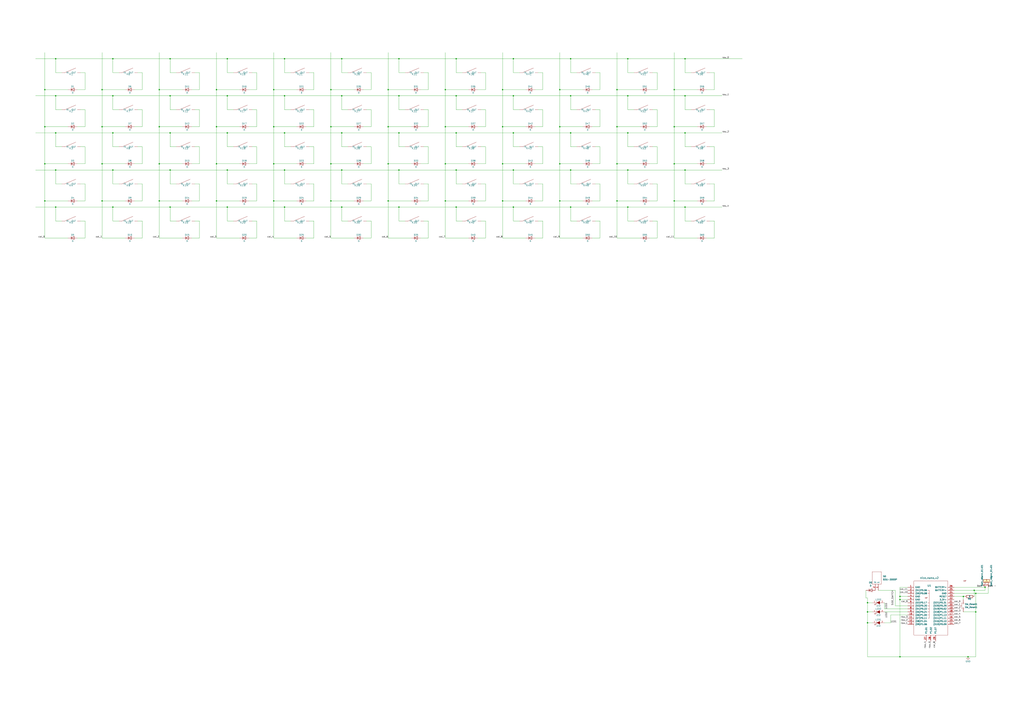
<source format=kicad_sch>
(kicad_sch (version 20211123) (generator eeschema)
  (paper "A1")
  (junction (at 374.65 109.22))
  (junction (at 233.68 109.22))
  (junction (at 224.79 73.66))
  (junction (at 712.47 511.81))
  (junction (at 83.82 104.14))
  (junction (at 130.81 134.62))
  (junction (at 92.71 48.26))
  (junction (at 318.77 104.14))
  (junction (at 562.61 78.74))
  (junction (at 36.83 134.62))
  (junction (at 83.82 134.62))
  (junction (at 233.68 78.74))
  (junction (at 374.65 170.18))
  (junction (at 421.64 109.22))
  (junction (at 327.66 48.26))
  (junction (at 36.83 73.66))
  (junction (at 421.64 48.26))
  (junction (at 139.7 78.74))
  (junction (at 45.72 48.26))
  (junction (at 374.65 139.7))
  (junction (at 506.73 104.14))
  (junction (at 459.74 134.62))
  (junction (at 553.72 73.66))
  (junction (at 280.67 109.22))
  (junction (at 280.67 78.74))
  (junction (at 562.61 139.7))
  (junction (at 506.73 73.66))
  (junction (at 45.72 139.7))
  (junction (at 459.74 104.14))
  (junction (at 421.64 170.18))
  (junction (at 280.67 170.18))
  (junction (at 280.67 48.26))
  (junction (at 224.79 104.14))
  (junction (at 177.8 134.62))
  (junction (at 801.37 487.68))
  (junction (at 186.69 78.74))
  (junction (at 139.7 109.22))
  (junction (at 233.68 139.7))
  (junction (at 553.72 165.1))
  (junction (at 365.76 134.62))
  (junction (at 412.75 73.66))
  (junction (at 506.73 165.1))
  (junction (at 365.76 104.14))
  (junction (at 412.75 104.14))
  (junction (at 327.66 78.74))
  (junction (at 139.7 170.18))
  (junction (at 795.02 539.75))
  (junction (at 553.72 104.14))
  (junction (at 83.82 73.66))
  (junction (at 45.72 109.22))
  (junction (at 739.14 539.75))
  (junction (at 459.74 165.1))
  (junction (at 468.63 139.7))
  (junction (at 92.71 78.74))
  (junction (at 92.71 109.22))
  (junction (at 327.66 170.18))
  (junction (at 92.71 170.18))
  (junction (at 130.81 165.1))
  (junction (at 506.73 134.62))
  (junction (at 562.61 109.22))
  (junction (at 177.8 73.66))
  (junction (at 36.83 165.1))
  (junction (at 791.21 490.22))
  (junction (at 374.65 48.26))
  (junction (at 468.63 170.18))
  (junction (at 468.63 78.74))
  (junction (at 800.1 485.14))
  (junction (at 280.67 139.7))
  (junction (at 186.69 170.18))
  (junction (at 130.81 104.14))
  (junction (at 412.75 134.62))
  (junction (at 515.62 109.22))
  (junction (at 712.47 495.3))
  (junction (at 139.7 139.7))
  (junction (at 712.47 502.92))
  (junction (at 233.68 48.26))
  (junction (at 186.69 139.7))
  (junction (at 515.62 170.18))
  (junction (at 562.61 48.26))
  (junction (at 139.7 48.26))
  (junction (at 271.78 104.14))
  (junction (at 177.8 165.1))
  (junction (at 224.79 134.62))
  (junction (at 459.74 73.66))
  (junction (at 233.68 170.18))
  (junction (at 186.69 109.22))
  (junction (at 374.65 78.74))
  (junction (at 318.77 73.66))
  (junction (at 36.83 104.14))
  (junction (at 45.72 78.74))
  (junction (at 739.14 492.76))
  (junction (at 45.72 170.18))
  (junction (at 327.66 139.7))
  (junction (at 553.72 134.62))
  (junction (at 515.62 139.7))
  (junction (at 801.37 502.92))
  (junction (at 468.63 48.26))
  (junction (at 468.63 109.22))
  (junction (at 562.61 170.18))
  (junction (at 365.76 165.1))
  (junction (at 271.78 134.62))
  (junction (at 515.62 78.74))
  (junction (at 808.99 482.6))
  (junction (at 224.79 165.1))
  (junction (at 412.75 165.1))
  (junction (at 515.62 48.26))
  (junction (at 83.82 165.1))
  (junction (at 271.78 73.66))
  (junction (at 327.66 109.22))
  (junction (at 318.77 134.62))
  (junction (at 421.64 139.7))
  (junction (at 739.14 490.22))
  (junction (at 365.76 73.66))
  (junction (at 92.71 139.7))
  (junction (at 318.77 165.1))
  (junction (at 271.78 165.1))
  (junction (at 421.64 78.74))
  (junction (at 186.69 48.26))
  (junction (at 177.8 104.14))
  (junction (at 130.81 73.66))
  (wire (pts (xy 726.44 502.92) (xy 745.49 502.92)))
  (wire (pts (xy 441.96 151.13) (xy 445.77 151.13)))
  (wire (pts (xy 69.85 195.58) (xy 63.5 195.58)))
  (wire (pts (xy 116.84 90.17) (xy 116.84 104.14)))
  (wire (pts (xy 224.79 165.1) (xy 224.79 195.58)))
  (wire (pts (xy 36.83 73.66) (xy 55.88 73.66)))
  (wire (pts (xy 186.69 109.22) (xy 233.68 109.22)))
  (wire (pts (xy 712.47 495.3) (xy 716.28 495.3)))
  (wire (pts (xy 468.63 120.65) (xy 473.71 120.65)))
  (wire (pts (xy 739.14 492.76) (xy 739.14 539.75)))
  (wire (pts (xy 783.59 482.6) (xy 808.99 482.6)))
  (wire (pts (xy 398.78 59.69) (xy 398.78 73.66)))
  (wire (pts (xy 492.76 104.14) (xy 486.41 104.14)))
  (wire (pts (xy 421.64 151.13) (xy 421.64 139.7)))
  (wire (pts (xy 421.64 151.13) (xy 426.72 151.13)))
  (wire (pts (xy 318.77 195.58) (xy 337.82 195.58)))
  (wire (pts (xy 735.33 485.14) (xy 735.33 497.84)))
  (wire (pts (xy 233.68 90.17) (xy 238.76 90.17)))
  (wire (pts (xy 186.69 90.17) (xy 186.69 78.74)))
  (wire (pts (xy 69.85 181.61) (xy 69.85 195.58)))
  (wire (pts (xy 233.68 120.65) (xy 233.68 109.22)))
  (wire (pts (xy 92.71 59.69) (xy 97.79 59.69)))
  (wire (pts (xy 257.81 165.1) (xy 251.46 165.1)))
  (wire (pts (xy 207.01 181.61) (xy 210.82 181.61)))
  (wire (pts (xy 139.7 90.17) (xy 144.78 90.17)))
  (wire (pts (xy 304.8 120.65) (xy 304.8 134.62)))
  (wire (pts (xy 374.65 90.17) (xy 374.65 78.74)))
  (wire (pts (xy 586.74 181.61) (xy 586.74 195.58)))
  (wire (pts (xy 92.71 78.74) (xy 139.7 78.74)))
  (wire (pts (xy 327.66 78.74) (xy 374.65 78.74)))
  (wire (pts (xy 186.69 59.69) (xy 191.77 59.69)))
  (wire (pts (xy 562.61 139.7) (xy 593.09 139.7)))
  (wire (pts (xy 257.81 59.69) (xy 257.81 73.66)))
  (wire (pts (xy 712.47 491.49) (xy 712.47 495.3)))
  (wire (pts (xy 254 59.69) (xy 257.81 59.69)))
  (wire (pts (xy 412.75 73.66) (xy 431.8 73.66)))
  (wire (pts (xy 300.99 181.61) (xy 304.8 181.61)))
  (wire (pts (xy 808.99 482.6) (xy 808.99 485.14)))
  (wire (pts (xy 421.64 109.22) (xy 468.63 109.22)))
  (wire (pts (xy 257.81 90.17) (xy 257.81 104.14)))
  (wire (pts (xy 92.71 120.65) (xy 92.71 109.22)))
  (wire (pts (xy 726.44 511.81) (xy 731.52 511.81)))
  (wire (pts (xy 535.94 59.69) (xy 539.75 59.69)))
  (wire (pts (xy 186.69 181.61) (xy 191.77 181.61)))
  (wire (pts (xy 163.83 151.13) (xy 163.83 165.1)))
  (wire (pts (xy 492.76 90.17) (xy 492.76 104.14)))
  (wire (pts (xy 130.81 195.58) (xy 149.86 195.58)))
  (wire (pts (xy 506.73 73.66) (xy 506.73 104.14)))
  (wire (pts (xy 83.82 165.1) (xy 83.82 195.58)))
  (wire (pts (xy 398.78 73.66) (xy 392.43 73.66)))
  (wire (pts (xy 300.99 90.17) (xy 304.8 90.17)))
  (wire (pts (xy 445.77 120.65) (xy 445.77 134.62)))
  (wire (pts (xy 163.83 104.14) (xy 157.48 104.14)))
  (wire (pts (xy 318.77 134.62) (xy 337.82 134.62)))
  (wire (pts (xy 374.65 120.65) (xy 379.73 120.65)))
  (wire (pts (xy 347.98 181.61) (xy 351.79 181.61)))
  (wire (pts (xy 351.79 73.66) (xy 345.44 73.66)))
  (wire (pts (xy 506.73 73.66) (xy 525.78 73.66)))
  (wire (pts (xy 207.01 59.69) (xy 210.82 59.69)))
  (wire (pts (xy 92.71 151.13) (xy 97.79 151.13)))
  (wire (pts (xy 257.81 195.58) (xy 251.46 195.58)))
  (wire (pts (xy 468.63 90.17) (xy 468.63 78.74)))
  (wire (pts (xy 66.04 59.69) (xy 69.85 59.69)))
  (wire (pts (xy 553.72 43.18) (xy 553.72 73.66)))
  (wire (pts (xy 783.59 487.68) (xy 801.37 487.68)))
  (wire (pts (xy 45.72 151.13) (xy 45.72 139.7)))
  (wire (pts (xy 791.21 490.22) (xy 792.48 490.22)))
  (wire (pts (xy 586.74 165.1) (xy 580.39 165.1)))
  (wire (pts (xy 365.76 104.14) (xy 365.76 134.62)))
  (wire (pts (xy 394.97 90.17) (xy 398.78 90.17)))
  (wire (pts (xy 160.02 90.17) (xy 163.83 90.17)))
  (wire (pts (xy 468.63 181.61) (xy 473.71 181.61)))
  (wire (pts (xy 139.7 48.26) (xy 186.69 48.26)))
  (wire (pts (xy 365.76 73.66) (xy 384.81 73.66)))
  (wire (pts (xy 459.74 73.66) (xy 459.74 104.14)))
  (wire (pts (xy 92.71 139.7) (xy 139.7 139.7)))
  (wire (pts (xy 421.64 120.65) (xy 421.64 109.22)))
  (wire (pts (xy 139.7 59.69) (xy 144.78 59.69)))
  (wire (pts (xy 347.98 120.65) (xy 351.79 120.65)))
  (wire (pts (xy 562.61 59.69) (xy 567.69 59.69)))
  (wire (pts (xy 562.61 120.65) (xy 562.61 109.22)))
  (wire (pts (xy 163.83 165.1) (xy 157.48 165.1)))
  (wire (pts (xy 130.81 104.14) (xy 130.81 134.62)))
  (wire (pts (xy 36.83 104.14) (xy 55.88 104.14)))
  (wire (pts (xy 394.97 181.61) (xy 398.78 181.61)))
  (wire (pts (xy 45.72 78.74) (xy 92.71 78.74)))
  (wire (pts (xy 139.7 170.18) (xy 186.69 170.18)))
  (wire (pts (xy 36.83 73.66) (xy 36.83 104.14)))
  (wire (pts (xy 224.79 73.66) (xy 224.79 104.14)))
  (wire (pts (xy 783.59 490.22) (xy 791.21 490.22)))
  (wire (pts (xy 45.72 181.61) (xy 45.72 170.18)))
  (wire (pts (xy 280.67 139.7) (xy 327.66 139.7)))
  (wire (pts (xy 186.69 151.13) (xy 191.77 151.13)))
  (wire (pts (xy 69.85 59.69) (xy 69.85 73.66)))
  (wire (pts (xy 515.62 151.13) (xy 515.62 139.7)))
  (wire (pts (xy 113.03 181.61) (xy 116.84 181.61)))
  (wire (pts (xy 163.83 134.62) (xy 157.48 134.62)))
  (wire (pts (xy 468.63 78.74) (xy 515.62 78.74)))
  (wire (pts (xy 515.62 181.61) (xy 520.7 181.61)))
  (wire (pts (xy 116.84 195.58) (xy 110.49 195.58)))
  (wire (pts (xy 351.79 59.69) (xy 351.79 73.66)))
  (wire (pts (xy 459.74 134.62) (xy 478.79 134.62)))
  (wire (pts (xy 365.76 134.62) (xy 365.76 165.1)))
  (wire (pts (xy 92.71 109.22) (xy 139.7 109.22)))
  (wire (pts (xy 445.77 59.69) (xy 445.77 73.66)))
  (wire (pts (xy 351.79 181.61) (xy 351.79 195.58)))
  (wire (pts (xy 271.78 104.14) (xy 290.83 104.14)))
  (wire (pts (xy 351.79 195.58) (xy 345.44 195.58)))
  (wire (pts (xy 327.66 59.69) (xy 332.74 59.69)))
  (wire (pts (xy 83.82 43.18) (xy 83.82 73.66)))
  (wire (pts (xy 515.62 59.69) (xy 520.7 59.69)))
  (wire (pts (xy 139.7 59.69) (xy 139.7 48.26)))
  (wire (pts (xy 233.68 120.65) (xy 238.76 120.65)))
  (wire (pts (xy 506.73 165.1) (xy 525.78 165.1)))
  (wire (pts (xy 712.47 502.92) (xy 716.28 502.92)))
  (wire (pts (xy 45.72 151.13) (xy 50.8 151.13)))
  (wire (pts (xy 468.63 48.26) (xy 515.62 48.26)))
  (wire (pts (xy 374.65 59.69) (xy 374.65 48.26)))
  (wire (pts (xy 139.7 109.22) (xy 186.69 109.22)))
  (wire (pts (xy 29.21 109.22) (xy 45.72 109.22)))
  (wire (pts (xy 586.74 104.14) (xy 580.39 104.14)))
  (wire (pts (xy 365.76 134.62) (xy 384.81 134.62)))
  (wire (pts (xy 130.81 104.14) (xy 149.86 104.14)))
  (wire (pts (xy 271.78 165.1) (xy 271.78 195.58)))
  (wire (pts (xy 280.67 120.65) (xy 285.75 120.65)))
  (wire (pts (xy 139.7 181.61) (xy 144.78 181.61)))
  (wire (pts (xy 712.47 539.75) (xy 739.14 539.75)))
  (wire (pts (xy 271.78 73.66) (xy 290.83 73.66)))
  (wire (pts (xy 327.66 109.22) (xy 374.65 109.22)))
  (wire (pts (xy 210.82 59.69) (xy 210.82 73.66)))
  (wire (pts (xy 318.77 43.18) (xy 318.77 73.66)))
  (wire (pts (xy 69.85 165.1) (xy 63.5 165.1)))
  (wire (pts (xy 421.64 90.17) (xy 421.64 78.74)))
  (wire (pts (xy 506.73 104.14) (xy 525.78 104.14)))
  (wire (pts (xy 562.61 151.13) (xy 562.61 139.7)))
  (wire (pts (xy 515.62 78.74) (xy 562.61 78.74)))
  (wire (pts (xy 515.62 120.65) (xy 515.62 109.22)))
  (wire (pts (xy 186.69 48.26) (xy 233.68 48.26)))
  (wire (pts (xy 177.8 134.62) (xy 177.8 165.1)))
  (wire (pts (xy 177.8 134.62) (xy 196.85 134.62)))
  (wire (pts (xy 586.74 151.13) (xy 586.74 165.1)))
  (wire (pts (xy 45.72 90.17) (xy 50.8 90.17)))
  (wire (pts (xy 69.85 90.17) (xy 69.85 104.14)))
  (wire (pts (xy 535.94 90.17) (xy 539.75 90.17)))
  (wire (pts (xy 300.99 59.69) (xy 304.8 59.69)))
  (wire (pts (xy 233.68 59.69) (xy 233.68 48.26)))
  (wire (pts (xy 304.8 165.1) (xy 298.45 165.1)))
  (wire (pts (xy 515.62 120.65) (xy 520.7 120.65)))
  (wire (pts (xy 398.78 195.58) (xy 392.43 195.58)))
  (wire (pts (xy 163.83 59.69) (xy 163.83 73.66)))
  (wire (pts (xy 92.71 170.18) (xy 139.7 170.18)))
  (wire (pts (xy 233.68 181.61) (xy 233.68 170.18)))
  (wire (pts (xy 224.79 73.66) (xy 243.84 73.66)))
  (wire (pts (xy 582.93 59.69) (xy 586.74 59.69)))
  (wire (pts (xy 83.82 165.1) (xy 102.87 165.1)))
  (wire (pts (xy 327.66 90.17) (xy 332.74 90.17)))
  (wire (pts (xy 492.76 181.61) (xy 492.76 195.58)))
  (wire (pts (xy 445.77 134.62) (xy 439.42 134.62)))
  (wire (pts (xy 506.73 165.1) (xy 506.73 195.58)))
  (wire (pts (xy 506.73 43.18) (xy 506.73 73.66)))
  (wire (pts (xy 69.85 104.14) (xy 63.5 104.14)))
  (wire (pts (xy 186.69 139.7) (xy 233.68 139.7)))
  (wire (pts (xy 271.78 134.62) (xy 290.83 134.62)))
  (wire (pts (xy 163.83 195.58) (xy 157.48 195.58)))
  (wire (pts (xy 535.94 120.65) (xy 539.75 120.65)))
  (wire (pts (xy 116.84 120.65) (xy 116.84 134.62)))
  (wire (pts (xy 36.83 134.62) (xy 55.88 134.62)))
  (wire (pts (xy 45.72 109.22) (xy 92.71 109.22)))
  (wire (pts (xy 130.81 73.66) (xy 130.81 104.14)))
  (wire (pts (xy 562.61 59.69) (xy 562.61 48.26)))
  (wire (pts (xy 398.78 104.14) (xy 392.43 104.14)))
  (wire (pts (xy 811.53 487.68) (xy 811.53 482.6)))
  (wire (pts (xy 365.76 165.1) (xy 365.76 195.58)))
  (wire (pts (xy 29.21 78.74) (xy 45.72 78.74)))
  (wire (pts (xy 177.8 195.58) (xy 196.85 195.58)))
  (wire (pts (xy 280.67 59.69) (xy 280.67 48.26)))
  (wire (pts (xy 271.78 195.58) (xy 290.83 195.58)))
  (wire (pts (xy 280.67 90.17) (xy 285.75 90.17)))
  (wire (pts (xy 539.75 181.61) (xy 539.75 195.58)))
  (wire (pts (xy 92.71 151.13) (xy 92.71 139.7)))
  (wire (pts (xy 233.68 59.69) (xy 238.76 59.69)))
  (wire (pts (xy 233.68 181.61) (xy 238.76 181.61)))
  (wire (pts (xy 45.72 48.26) (xy 92.71 48.26)))
  (wire (pts (xy 398.78 151.13) (xy 398.78 165.1)))
  (wire (pts (xy 553.72 134.62) (xy 572.77 134.62)))
  (wire (pts (xy 45.72 170.18) (xy 92.71 170.18)))
  (wire (pts (xy 327.66 90.17) (xy 327.66 78.74)))
  (wire (pts (xy 506.73 134.62) (xy 525.78 134.62)))
  (wire (pts (xy 224.79 104.14) (xy 243.84 104.14)))
  (wire (pts (xy 515.62 90.17) (xy 515.62 78.74)))
  (wire (pts (xy 739.14 539.75) (xy 795.02 539.75)))
  (wire (pts (xy 83.82 134.62) (xy 83.82 165.1)))
  (wire (pts (xy 113.03 59.69) (xy 116.84 59.69)))
  (wire (pts (xy 539.75 151.13) (xy 539.75 165.1)))
  (wire (pts (xy 351.79 165.1) (xy 345.44 165.1)))
  (wire (pts (xy 347.98 90.17) (xy 351.79 90.17)))
  (wire (pts (xy 412.75 43.18) (xy 412.75 73.66)))
  (wire (pts (xy 398.78 90.17) (xy 398.78 104.14)))
  (wire (pts (xy 327.66 48.26) (xy 374.65 48.26)))
  (wire (pts (xy 553.72 73.66) (xy 572.77 73.66)))
  (wire (pts (xy 711.2 485.14) (xy 711.2 491.49)))
  (wire (pts (xy 69.85 120.65) (xy 69.85 134.62)))
  (wire (pts (xy 36.83 104.14) (xy 36.83 134.62)))
  (wire (pts (xy 421.64 170.18) (xy 468.63 170.18)))
  (wire (pts (xy 586.74 120.65) (xy 586.74 134.62)))
  (wire (pts (xy 271.78 73.66) (xy 271.78 104.14)))
  (wire (pts (xy 459.74 195.58) (xy 478.79 195.58)))
  (wire (pts (xy 318.77 73.66) (xy 337.82 73.66)))
  (wire (pts (xy 468.63 181.61) (xy 468.63 170.18)))
  (wire (pts (xy 233.68 151.13) (xy 233.68 139.7)))
  (wire (pts (xy 539.75 120.65) (xy 539.75 134.62)))
  (wire (pts (xy 374.65 170.18) (xy 421.64 170.18)))
  (wire (pts (xy 139.7 151.13) (xy 144.78 151.13)))
  (wire (pts (xy 113.03 120.65) (xy 116.84 120.65)))
  (wire (pts (xy 582.93 181.61) (xy 586.74 181.61)))
  (wire (pts (xy 445.77 90.17) (xy 445.77 104.14)))
  (wire (pts (xy 468.63 170.18) (xy 515.62 170.18)))
  (wire (pts (xy 45.72 181.61) (xy 50.8 181.61)))
  (wire (pts (xy 177.8 73.66) (xy 177.8 104.14)))
  (wire (pts (xy 177.8 104.14) (xy 177.8 134.62)))
  (wire (pts (xy 562.61 90.17) (xy 562.61 78.74)))
  (wire (pts (xy 139.7 181.61) (xy 139.7 170.18)))
  (wire (pts (xy 327.66 59.69) (xy 327.66 48.26)))
  (wire (pts (xy 233.68 109.22) (xy 280.67 109.22)))
  (wire (pts (xy 506.73 104.14) (xy 506.73 134.62)))
  (wire (pts (xy 233.68 151.13) (xy 238.76 151.13)))
  (wire (pts (xy 116.84 165.1) (xy 110.49 165.1)))
  (wire (pts (xy 304.8 134.62) (xy 298.45 134.62)))
  (wire (pts (xy 398.78 120.65) (xy 398.78 134.62)))
  (wire (pts (xy 210.82 120.65) (xy 210.82 134.62)))
  (wire (pts (xy 712.47 495.3) (xy 712.47 502.92)))
  (wire (pts (xy 586.74 59.69) (xy 586.74 73.66)))
  (wire (pts (xy 374.65 181.61) (xy 379.73 181.61)))
  (wire (pts (xy 318.77 165.1) (xy 337.82 165.1)))
  (wire (pts (xy 116.84 151.13) (xy 116.84 165.1)))
  (wire (pts (xy 421.64 59.69) (xy 426.72 59.69)))
  (wire (pts (xy 327.66 151.13) (xy 327.66 139.7)))
  (wire (pts (xy 562.61 181.61) (xy 567.69 181.61)))
  (wire (pts (xy 791.21 490.22) (xy 791.21 492.76)))
  (wire (pts (xy 421.64 181.61) (xy 421.64 170.18)))
  (wire (pts (xy 712.47 511.81) (xy 712.47 539.75)))
  (wire (pts (xy 468.63 59.69) (xy 473.71 59.69)))
  (wire (pts (xy 421.64 48.26) (xy 468.63 48.26)))
  (wire (pts (xy 92.71 90.17) (xy 97.79 90.17)))
  (wire (pts (xy 515.62 109.22) (xy 562.61 109.22)))
  (wire (pts (xy 280.67 90.17) (xy 280.67 78.74)))
  (wire (pts (xy 280.67 78.74) (xy 327.66 78.74)))
  (wire (pts (xy 139.7 139.7) (xy 186.69 139.7)))
  (wire (pts (xy 515.62 151.13) (xy 520.7 151.13)))
  (wire (pts (xy 207.01 120.65) (xy 210.82 120.65)))
  (wire (pts (xy 160.02 59.69) (xy 163.83 59.69)))
  (wire (pts (xy 83.82 73.66) (xy 83.82 104.14)))
  (wire (pts (xy 116.84 181.61) (xy 116.84 195.58)))
  (wire (pts (xy 327.66 151.13) (xy 332.74 151.13)))
  (wire (pts (xy 468.63 90.17) (xy 473.71 90.17)))
  (wire (pts (xy 139.7 120.65) (xy 144.78 120.65)))
  (wire (pts (xy 257.81 104.14) (xy 251.46 104.14)))
  (wire (pts (xy 492.76 59.69) (xy 492.76 73.66)))
  (wire (pts (xy 374.65 59.69) (xy 379.73 59.69)))
  (wire (pts (xy 36.83 195.58) (xy 55.88 195.58)))
  (wire (pts (xy 515.62 170.18) (xy 562.61 170.18)))
  (wire (pts (xy 459.74 104.14) (xy 459.74 134.62)))
  (wire (pts (xy 347.98 151.13) (xy 351.79 151.13)))
  (wire (pts (xy 441.96 90.17) (xy 445.77 90.17)))
  (wire (pts (xy 553.72 104.14) (xy 553.72 134.62)))
  (wire (pts (xy 233.68 170.18) (xy 280.67 170.18)))
  (wire (pts (xy 130.81 165.1) (xy 130.81 195.58)))
  (wire (pts (xy 83.82 73.66) (xy 102.87 73.66)))
  (wire (pts (xy 139.7 120.65) (xy 139.7 109.22)))
  (wire (pts (xy 271.78 104.14) (xy 271.78 134.62)))
  (wire (pts (xy 271.78 165.1) (xy 290.83 165.1)))
  (wire (pts (xy 45.72 139.7) (xy 92.71 139.7)))
  (wire (pts (xy 468.63 59.69) (xy 468.63 48.26)))
  (wire (pts (xy 553.72 73.66) (xy 553.72 104.14)))
  (wire (pts (xy 318.77 104.14) (xy 337.82 104.14)))
  (wire (pts (xy 304.8 90.17) (xy 304.8 104.14)))
  (wire (pts (xy 233.68 78.74) (xy 280.67 78.74)))
  (wire (pts (xy 83.82 104.14) (xy 83.82 134.62)))
  (wire (pts (xy 83.82 104.14) (xy 102.87 104.14)))
  (wire (pts (xy 539.75 195.58) (xy 533.4 195.58)))
  (wire (pts (xy 233.68 48.26) (xy 280.67 48.26)))
  (wire (pts (xy 421.64 78.74) (xy 468.63 78.74)))
  (wire (pts (xy 421.64 120.65) (xy 426.72 120.65)))
  (wire (pts (xy 459.74 134.62) (xy 459.74 165.1)))
  (wire (pts (xy 459.74 104.14) (xy 478.79 104.14)))
  (wire (pts (xy 351.79 120.65) (xy 351.79 134.62)))
  (wire (pts (xy 421.64 59.69) (xy 421.64 48.26)))
  (wire (pts (xy 66.04 120.65) (xy 69.85 120.65)))
  (wire (pts (xy 801.37 539.75) (xy 795.02 539.75)))
  (wire (pts (xy 468.63 109.22) (xy 515.62 109.22)))
  (wire (pts (xy 365.76 43.18) (xy 365.76 73.66)))
  (wire (pts (xy 139.7 151.13) (xy 139.7 139.7)))
  (wire (pts (xy 488.95 120.65) (xy 492.76 120.65)))
  (wire (pts (xy 412.75 134.62) (xy 431.8 134.62)))
  (wire (pts (xy 116.84 104.14) (xy 110.49 104.14)))
  (wire (pts (xy 224.79 134.62) (xy 243.84 134.62)))
  (wire (pts (xy 224.79 165.1) (xy 243.84 165.1)))
  (wire (pts (xy 257.81 120.65) (xy 257.81 134.62)))
  (wire (pts (xy 69.85 151.13) (xy 69.85 165.1)))
  (wire (pts (xy 280.67 181.61) (xy 285.75 181.61)))
  (wire (pts (xy 280.67 151.13) (xy 285.75 151.13)))
  (wire (pts (xy 506.73 134.62) (xy 506.73 165.1)))
  (wire (pts (xy 45.72 90.17) (xy 45.72 78.74)))
  (wire (pts (xy 562.61 109.22) (xy 593.09 109.22)))
  (wire (pts (xy 374.65 90.17) (xy 379.73 90.17)))
  (wire (pts (xy 163.83 73.66) (xy 157.48 73.66)))
  (wire (pts (xy 412.75 165.1) (xy 431.8 165.1)))
  (wire (pts (xy 304.8 181.61) (xy 304.8 195.58)))
  (wire (pts (xy 445.77 195.58) (xy 439.42 195.58)))
  (wire (pts (xy 29.21 170.18) (xy 45.72 170.18)))
  (wire (pts (xy 113.03 151.13) (xy 116.84 151.13)))
  (wire (pts (xy 721.36 485.14) (xy 735.33 485.14)))
  (wire (pts (xy 783.59 485.14) (xy 800.1 485.14)))
  (wire (pts (xy 735.33 497.84) (xy 745.49 497.84)))
  (wire (pts (xy 365.76 195.58) (xy 384.81 195.58)))
  (wire (pts (xy 553.72 195.58) (xy 572.77 195.58)))
  (wire (pts (xy 92.71 181.61) (xy 97.79 181.61)))
  (wire (pts (xy 791.21 502.92) (xy 801.37 502.92)))
  (wire (pts (xy 445.77 181.61) (xy 445.77 195.58)))
  (wire (pts (xy 45.72 120.65) (xy 45.72 109.22)))
  (wire (pts (xy 224.79 195.58) (xy 243.84 195.58)))
  (wire (pts (xy 304.8 73.66) (xy 298.45 73.66)))
  (wire (pts (xy 712.47 511.81) (xy 716.28 511.81)))
  (wire (pts (xy 374.65 78.74) (xy 421.64 78.74)))
  (wire (pts (xy 160.02 181.61) (xy 163.83 181.61)))
  (wire (pts (xy 113.03 90.17) (xy 116.84 90.17)))
  (wire (pts (xy 318.77 134.62) (xy 318.77 165.1)))
  (wire (pts (xy 562.61 151.13) (xy 567.69 151.13)))
  (wire (pts (xy 539.75 104.14) (xy 533.4 104.14)))
  (wire (pts (xy 271.78 43.18) (xy 271.78 73.66)))
  (wire (pts (xy 374.65 151.13) (xy 379.73 151.13)))
  (wire (pts (xy 488.95 151.13) (xy 492.76 151.13)))
  (wire (pts (xy 271.78 134.62) (xy 271.78 165.1)))
  (wire (pts (xy 207.01 90.17) (xy 210.82 90.17)))
  (wire (pts (xy 186.69 151.13) (xy 186.69 139.7)))
  (wire (pts (xy 280.67 151.13) (xy 280.67 139.7)))
  (wire (pts (xy 254 120.65) (xy 257.81 120.65)))
  (wire (pts (xy 711.2 491.49) (xy 712.47 491.49)))
  (wire (pts (xy 186.69 90.17) (xy 191.77 90.17)))
  (wire (pts (xy 515.62 139.7) (xy 562.61 139.7)))
  (wire (pts (xy 535.94 181.61) (xy 539.75 181.61)))
  (wire (pts (xy 445.77 165.1) (xy 439.42 165.1)))
  (wire (pts (xy 280.67 170.18) (xy 327.66 170.18)))
  (wire (pts (xy 553.72 165.1) (xy 553.72 195.58)))
  (wire (pts (xy 488.95 181.61) (xy 492.76 181.61)))
  (wire (pts (xy 562.61 90.17) (xy 567.69 90.17)))
  (wire (pts (xy 347.98 59.69) (xy 351.79 59.69)))
  (wire (pts (xy 412.75 73.66) (xy 412.75 104.14)))
  (wire (pts (xy 394.97 120.65) (xy 398.78 120.65)))
  (wire (pts (xy 300.99 151.13) (xy 304.8 151.13)))
  (wire (pts (xy 586.74 73.66) (xy 580.39 73.66)))
  (wire (pts (xy 83.82 195.58) (xy 102.87 195.58)))
  (wire (pts (xy 224.79 134.62) (xy 224.79 165.1)))
  (wire (pts (xy 139.7 90.17) (xy 139.7 78.74)))
  (wire (pts (xy 445.77 151.13) (xy 445.77 165.1)))
  (wire (pts (xy 130.81 165.1) (xy 149.86 165.1)))
  (wire (pts (xy 186.69 170.18) (xy 233.68 170.18)))
  (wire (pts (xy 412.75 104.14) (xy 412.75 134.62)))
  (wire (pts (xy 539.75 165.1) (xy 533.4 165.1)))
  (wire (pts (xy 130.81 73.66) (xy 149.86 73.66)))
  (wire (pts (xy 539.75 134.62) (xy 533.4 134.62)))
  (wire (pts (xy 586.74 134.62) (xy 580.39 134.62)))
  (wire (pts (xy 224.79 104.14) (xy 224.79 134.62)))
  (wire (pts (xy 745.49 505.46) (xy 731.52 505.46)))
  (wire (pts (xy 116.84 59.69) (xy 116.84 73.66)))
  (wire (pts (xy 374.65 109.22) (xy 421.64 109.22)))
  (wire (pts (xy 304.8 59.69) (xy 304.8 73.66)))
  (wire (pts (xy 139.7 78.74) (xy 186.69 78.74)))
  (wire (pts (xy 233.68 139.7) (xy 280.67 139.7)))
  (wire (pts (xy 492.76 195.58) (xy 486.41 195.58)))
  (wire (pts (xy 365.76 165.1) (xy 384.81 165.1)))
  (wire (pts (xy 163.83 181.61) (xy 163.83 195.58)))
  (wire (pts (xy 492.76 151.13) (xy 492.76 165.1)))
  (wire (pts (xy 130.81 134.62) (xy 130.81 165.1)))
  (wire (pts (xy 562.61 78.74) (xy 593.09 78.74)))
  (wire (pts (xy 29.21 48.26) (xy 45.72 48.26)))
  (wire (pts (xy 116.84 134.62) (xy 110.49 134.62)))
  (wire (pts (xy 539.75 59.69) (xy 539.75 73.66)))
  (wire (pts (xy 327.66 139.7) (xy 374.65 139.7)))
  (wire (pts (xy 210.82 73.66) (xy 204.47 73.66)))
  (wire (pts (xy 300.99 120.65) (xy 304.8 120.65)))
  (wire (pts (xy 421.64 139.7) (xy 468.63 139.7)))
  (wire (pts (xy 365.76 104.14) (xy 384.81 104.14)))
  (wire (pts (xy 801.37 502.92) (xy 801.37 539.75)))
  (wire (pts (xy 553.72 165.1) (xy 572.77 165.1)))
  (wire (pts (xy 506.73 195.58) (xy 525.78 195.58)))
  (wire (pts (xy 459.74 165.1) (xy 459.74 195.58)))
  (wire (pts (xy 210.82 195.58) (xy 204.47 195.58)))
  (wire (pts (xy 492.76 73.66) (xy 486.41 73.66)))
  (wire (pts (xy 515.62 181.61) (xy 515.62 170.18)))
  (wire (pts (xy 515.62 59.69) (xy 515.62 48.26)))
  (wire (pts (xy 441.96 120.65) (xy 445.77 120.65)))
  (wire (pts (xy 177.8 104.14) (xy 196.85 104.14)))
  (wire (pts (xy 186.69 78.74) (xy 233.68 78.74)))
  (wire (pts (xy 66.04 90.17) (xy 69.85 90.17)))
  (wire (pts (xy 562.61 181.61) (xy 562.61 170.18)))
  (wire (pts (xy 562.61 170.18) (xy 593.09 170.18)))
  (wire (pts (xy 327.66 120.65) (xy 332.74 120.65)))
  (wire (pts (xy 29.21 139.7) (xy 45.72 139.7)))
  (wire (pts (xy 36.83 43.18) (xy 36.83 73.66)))
  (wire (pts (xy 210.82 151.13) (xy 210.82 165.1)))
  (wire (pts (xy 515.62 90.17) (xy 520.7 90.17)))
  (wire (pts (xy 801.37 487.68) (xy 811.53 487.68)))
  (wire (pts (xy 374.65 181.61) (xy 374.65 170.18)))
  (wire (pts (xy 412.75 134.62) (xy 412.75 165.1)))
  (wire (pts (xy 210.82 104.14) (xy 204.47 104.14)))
  (wire (pts (xy 66.04 181.61) (xy 69.85 181.61)))
  (wire (pts (xy 186.69 120.65) (xy 186.69 109.22)))
  (wire (pts (xy 45.72 120.65) (xy 50.8 120.65)))
  (wire (pts (xy 280.67 109.22) (xy 327.66 109.22)))
  (wire (pts (xy 374.65 151.13) (xy 374.65 139.7)))
  (wire (pts (xy 163.83 120.65) (xy 163.83 134.62)))
  (wire (pts (xy 459.74 165.1) (xy 478.79 165.1)))
  (wire (pts (xy 468.63 139.7) (xy 515.62 139.7)))
  (wire (pts (xy 160.02 120.65) (xy 163.83 120.65)))
  (wire (pts (xy 116.84 73.66) (xy 110.49 73.66)))
  (wire (pts (xy 398.78 181.61) (xy 398.78 195.58)))
  (wire (pts (xy 445.77 73.66) (xy 439.42 73.66)))
  (wire (pts (xy 45.72 59.69) (xy 50.8 59.69)))
  (wire (pts (xy 210.82 165.1) (xy 204.47 165.1)))
  (wire (pts (xy 412.75 104.14) (xy 431.8 104.14)))
  (wire (pts (xy 582.93 151.13) (xy 586.74 151.13)))
  (wire (pts (xy 351.79 90.17) (xy 351.79 104.14)))
  (wire (pts (xy 83.82 134.62) (xy 102.87 134.62)))
  (wire (pts (xy 224.79 43.18) (xy 224.79 73.66)))
  (wire (pts (xy 280.67 59.69) (xy 285.75 59.69)))
  (wire (pts (xy 92.71 48.26) (xy 139.7 48.26)))
  (wire (pts (xy 36.83 134.62) (xy 36.83 165.1)))
  (wire (pts (xy 186.69 59.69) (xy 186.69 48.26)))
  (wire (pts (xy 327.66 181.61) (xy 327.66 170.18)))
  (wire (pts (xy 582.93 90.17) (xy 586.74 90.17)))
  (wire (pts (xy 36.83 165.1) (xy 55.88 165.1)))
  (wire (pts (xy 280.67 120.65) (xy 280.67 109.22)))
  (wire (pts (xy 177.8 165.1) (xy 196.85 165.1)))
  (wire (pts (xy 800.1 485.14) (xy 800.1 490.22)))
  (wire (pts (xy 160.02 151.13) (xy 163.83 151.13)))
  (wire (pts (xy 69.85 73.66) (xy 63.5 73.66)))
  (wire (pts (xy 365.76 73.66) (xy 365.76 104.14)))
  (wire (pts (xy 163.83 90.17) (xy 163.83 104.14)))
  (wire (pts (xy 254 151.13) (xy 257.81 151.13)))
  (wire (pts (xy 177.8 73.66) (xy 196.85 73.66)))
  (wire (pts (xy 351.79 134.62) (xy 345.44 134.62)))
  (wire (pts (xy 318.77 165.1) (xy 318.77 195.58)))
  (wire (pts (xy 421.64 181.61) (xy 426.72 181.61)))
  (wire (pts (xy 712.47 502.92) (xy 712.47 511.81)))
  (wire (pts (xy 304.8 104.14) (xy 298.45 104.14)))
  (wire (pts (xy 745.49 482.6) (xy 739.14 482.6)))
  (wire (pts (xy 92.71 90.17) (xy 92.71 78.74)))
  (wire (pts (xy 726.44 500.38) (xy 745.49 500.38)))
  (wire (pts (xy 92.71 59.69) (xy 92.71 48.26)))
  (wire (pts (xy 210.82 90.17) (xy 210.82 104.14)))
  (wire (pts (xy 394.97 151.13) (xy 398.78 151.13)))
  (wire (pts (xy 257.81 134.62) (xy 251.46 134.62)))
  (wire (pts (xy 553.72 134.62) (xy 553.72 165.1)))
  (wire (pts (xy 130.81 134.62) (xy 149.86 134.62)))
  (wire (pts (xy 374.65 139.7) (xy 421.64 139.7)))
  (wire (pts (xy 441.96 59.69) (xy 445.77 59.69)))
  (wire (pts (xy 515.62 48.26) (xy 562.61 48.26)))
  (wire (pts (xy 535.94 151.13) (xy 539.75 151.13)))
  (wire (pts (xy 801.37 487.68) (xy 801.37 502.92)))
  (wire (pts (xy 257.81 151.13) (xy 257.81 165.1)))
  (wire (pts (xy 66.04 151.13) (xy 69.85 151.13)))
  (wire (pts (xy 459.74 73.66) (xy 478.79 73.66)))
  (wire (pts (xy 186.69 181.61) (xy 186.69 170.18)))
  (wire (pts (xy 421.64 90.17) (xy 426.72 90.17)))
  (wire (pts (xy 492.76 165.1) (xy 486.41 165.1)))
  (wire (pts (xy 488.95 90.17) (xy 492.76 90.17)))
  (wire (pts (xy 394.97 59.69) (xy 398.78 59.69)))
  (wire (pts (xy 441.96 181.61) (xy 445.77 181.61)))
  (wire (pts (xy 739.14 490.22) (xy 745.49 490.22)))
  (wire (pts (xy 304.8 151.13) (xy 304.8 165.1)))
  (wire (pts (xy 739.14 482.6) (xy 739.14 490.22)))
  (wire (pts (xy 582.93 120.65) (xy 586.74 120.65)))
  (wire (pts (xy 586.74 195.58) (xy 580.39 195.58)))
  (wire (pts (xy 539.75 90.17) (xy 539.75 104.14)))
  (wire (pts (xy 318.77 104.14) (xy 318.77 134.62)))
  (wire (pts (xy 374.65 48.26) (xy 421.64 48.26)))
  (wire (pts (xy 739.14 492.76) (xy 739.14 490.22)))
  (wire (pts (xy 586.74 90.17) (xy 586.74 104.14)))
  (wire (pts (xy 233.68 90.17) (xy 233.68 78.74)))
  (wire (pts (xy 412.75 165.1) (xy 412.75 195.58)))
  (wire (pts (xy 731.52 505.46) (xy 731.52 511.81)))
  (wire (pts (xy 745.49 492.76) (xy 739.14 492.76)))
  (wire (pts (xy 92.71 120.65) (xy 97.79 120.65)))
  (wire (pts (xy 254 181.61) (xy 257.81 181.61)))
  (wire (pts (xy 398.78 134.62) (xy 392.43 134.62)))
  (wire (pts (xy 177.8 165.1) (xy 177.8 195.58)))
  (wire (pts (xy 210.82 181.61) (xy 210.82 195.58)))
  (wire (pts (xy 304.8 195.58) (xy 298.45 195.58)))
  (wire (pts (xy 412.75 195.58) (xy 431.8 195.58)))
  (wire (pts (xy 327.66 120.65) (xy 327.66 109.22)))
  (wire (pts (xy 257.81 73.66) (xy 251.46 73.66)))
  (wire (pts (xy 280.67 48.26) (xy 327.66 48.26)))
  (wire (pts (xy 177.8 43.18) (xy 177.8 73.66)))
  (wire (pts (xy 186.69 120.65) (xy 191.77 120.65)))
  (wire (pts (xy 351.79 104.14) (xy 345.44 104.14)))
  (wire (pts (xy 69.85 134.62) (xy 63.5 134.62)))
  (wire (pts (xy 36.83 165.1) (xy 36.83 195.58)))
  (wire (pts (xy 562.61 48.26) (xy 609.6 48.26)))
  (wire (pts (xy 398.78 165.1) (xy 392.43 165.1)))
  (wire (pts (xy 257.81 181.61) (xy 257.81 195.58)))
  (wire (pts (xy 318.77 73.66) (xy 318.77 104.14)))
  (wire (pts (xy 726.44 495.3) (xy 726.44 500.38)))
  (wire (pts (xy 327.66 170.18) (xy 374.65 170.18)))
  (wire (pts (xy 210.82 134.62) (xy 204.47 134.62)))
  (wire (pts (xy 468.63 120.65) (xy 468.63 109.22)))
  (wire (pts (xy 130.81 43.18) (xy 130.81 73.66)))
  (wire (pts (xy 254 90.17) (xy 257.81 90.17)))
  (wire (pts (xy 45.72 59.69) (xy 45.72 48.26)))
  (wire (pts (xy 445.77 104.14) (xy 439.42 104.14)))
  (wire (pts (xy 488.95 59.69) (xy 492.76 59.69)))
  (wire (pts (xy 374.65 120.65) (xy 374.65 109.22)))
  (wire (pts (xy 553.72 104.14) (xy 572.77 104.14)))
  (wire (pts (xy 207.01 151.13) (xy 210.82 151.13)))
  (wire (pts (xy 468.63 151.13) (xy 473.71 151.13)))
  (wire (pts (xy 808.99 485.14) (xy 800.1 485.14)))
  (wire (pts (xy 468.63 151.13) (xy 468.63 139.7)))
  (wire (pts (xy 351.79 151.13) (xy 351.79 165.1)))
  (wire (pts (xy 92.71 181.61) (xy 92.71 170.18)))
  (wire (pts (xy 327.66 181.61) (xy 332.74 181.61)))
  (wire (pts (xy 459.74 43.18) (xy 459.74 73.66)))
  (wire (pts (xy 562.61 120.65) (xy 567.69 120.65)))
  (wire (pts (xy 492.76 120.65) (xy 492.76 134.62)))
  (wire (pts (xy 539.75 73.66) (xy 533.4 73.66)))
  (wire (pts (xy 492.76 134.62) (xy 486.41 134.62)))
  (wire (pts (xy 280.67 181.61) (xy 280.67 170.18)))
  (label "col_8" (at 768.35 527.05 270))
  (label "col_4" (at 224.79 195.58 180))
  (label "col_10" (at 745.49 487.68 180))
  (label "col_9" (at 459.74 195.58 180))
  (label "col_9" (at 745.49 495.3 180))
  (label "LED1" (at 731.52 511.81 0))
  (label "col_2" (at 783.59 500.38 0))
  (label "col_10" (at 506.73 195.58 180))
  (label "row_4" (at 593.09 170.18 0))
  (label "col_5" (at 271.78 195.58 180))
  (label "row_0" (at 593.09 48.26 0))
  (label "row_2" (at 745.49 510.54 180))
  (label "col_6" (at 318.77 195.58 180))
  (label "row_1" (at 593.09 78.74 0))
  (label "col_4" (at 783.59 505.46 0))
  (label "col_3" (at 177.8 195.58 180))
  (label "row_0" (at 764.54 527.05 270))
  (label "col_7" (at 365.76 195.58 180))
  (label "col_1" (at 83.82 195.58 180))
  (label "row_1" (at 745.49 513.08 180))
  (label "col_2" (at 130.81 195.58 180))
  (label "col_0" (at 783.59 495.3 0))
  (label "col_5" (at 783.59 508 0))
  (label "col_1" (at 783.59 497.84 0))
  (label "col_11" (at 745.49 485.14 180))
  (label "row_4" (at 760.73 527.05 270))
  (label "Batt -" (at 811.53 482.6 0))
  (label "row_3" (at 593.09 139.7 0))
  (label "col_3" (at 783.59 502.92 0))
  (label "col_11" (at 553.72 195.58 180))
  (label "col_0" (at 36.83 195.58 180))
  (label "col_6" (at 783.59 510.54 0))
  (label "LED2" (at 728.98 502.92 270))
  (label "Batt +" (at 808.99 482.6 180))
  (label "col_8" (at 412.75 195.58 180))
  (label "col_7" (at 783.59 513.08 0))
  (label "row_2" (at 593.09 109.22 0))
  (label "LED3" (at 728.98 500.38 90))
  (label "row_3" (at 745.49 508 180))
  (label "SIDE_SWITCH" (at 734.06 485.14 270))
  (symbol (lib_id "Device:D") (at 59.69 165.1 0) (unit 1)
    (property "Reference" "D4" (at 59.69 162.56 0))
    (property "Value" "D" (at 59.69 167.64 0))
    (property "Footprint" "Diode_SMD:D_0805_2012Metric" (effects hide))
  )
  (symbol (lib_id "keyboard_parts:KEYSW_10") (at 158.75 151.13 0) (unit 1)
    (property "Reference" "K14" (at 152.4 152.4 0) (effects (font (size 1.524 1.524))))
    (property "Value" "KEYSW_10" (effects hide))
    (property "Footprint" "KiCad:6CJ1N0PR" (effects hide))
  )
  (symbol (lib_id "keyboard_parts:KEYSW_10") (at 487.68 59.69 0) (unit 1)
    (property "Reference" "K46" (at 481.33 60.96 0) (effects (font (size 1.524 1.524))))
    (property "Value" "KEYSW_10" (effects hide))
    (property "Footprint" "KiCad:6CJ1N0PR" (effects hide))
  )
  (symbol (lib_id "keyboard_parts:KEYSW_10") (at 346.71 181.61 0) (unit 1)
    (property "Reference" "K35" (at 340.36 182.88 0) (effects (font (size 1.524 1.524))))
    (property "Value" "KEYSW_10" (effects hide))
    (property "Footprint" "KiCad:6CJ1N0PR" (effects hide))
  )
  (symbol (lib_id "keyboard_parts:LED") (at 721.36 495.3 0) (unit 1)
    (property "Reference" "LED3" (at 721.36 492.76 0))
    (property "Value" "LED" (at 721.36 497.84 0))
    (property "Footprint" "LED_SMD:LED_0805_2012Metric" (effects hide))
  )
  (symbol (lib_id "Device:D") (at 435.61 104.14 0) (unit 1)
    (property "Reference" "D42" (at 435.61 101.6 0))
    (property "Value" "D" (at 435.61 106.68 0))
    (property "Footprint" "Diode_SMD:D_0805_2012Metric" (effects hide))
  )
  (symbol (lib_id "keyboard_parts:KEYSW_10") (at 111.76 90.17 0) (unit 1)
    (property "Reference" "K7" (at 105.41 91.44 0) (effects (font (size 1.524 1.524))))
    (property "Value" "KEYSW_10" (effects hide))
    (property "Footprint" "KiCad:6CJ1N0PR" (effects hide))
  )
  (symbol (lib_id "Device:D") (at 247.65 104.14 0) (unit 1)
    (property "Reference" "D22" (at 247.65 101.6 0))
    (property "Value" "D" (at 247.65 106.68 0))
    (property "Footprint" "Diode_SMD:D_0805_2012Metric" (effects hide))
  )
  (symbol (lib_id "keyboard_parts:KEYSW_10") (at 64.77 59.69 0) (unit 1)
    (property "Reference" "K1" (at 58.42 60.96 0) (effects (font (size 1.524 1.524))))
    (property "Value" "KEYSW_10" (effects hide))
    (property "Footprint" "KiCad:6CJ1N0PR" (effects hide))
  )
  (symbol (lib_id "Device:D") (at 294.64 73.66 0) (unit 1)
    (property "Reference" "D26" (at 294.64 71.12 0))
    (property "Value" "D" (at 294.64 76.2 0))
    (property "Footprint" "Diode_SMD:D_0805_2012Metric" (effects hide))
  )
  (symbol (lib_id "Connector_Generic:Conn_01x01") (at 811.53 477.52 90) (unit 1)
    (property "Reference" "Batt_neg" (at 814.07 477.52 0))
    (property "Value" "Conn_01x01" (at 814.07 469.9 0))
    (property "Footprint" "Connector_Wire:SolderWire-0.1sqmm_1x01_D0.4mm_OD1mm" (effects hide))
  )
  (symbol (lib_id "Device:D") (at 576.58 165.1 0) (unit 1)
    (property "Reference" "D59" (at 576.58 162.56 0))
    (property "Value" "D" (at 576.58 167.64 0))
    (property "Footprint" "Diode_SMD:D_0805_2012Metric" (effects hide))
  )
  (symbol (lib_id "keyboard_parts:KEYSW_10") (at 487.68 181.61 0) (unit 1)
    (property "Reference" "K50" (at 481.33 182.88 0) (effects (font (size 1.524 1.524))))
    (property "Value" "KEYSW_10" (effects hide))
    (property "Footprint" "KiCad:6CJ1N0PR" (effects hide))
  )
  (symbol (lib_id "keyboard_parts:KEYSW_10") (at 581.66 90.17 0) (unit 1)
    (property "Reference" "K57" (at 575.31 91.44 0) (effects (font (size 1.524 1.524))))
    (property "Value" "KEYSW_10" (effects hide))
    (property "Footprint" "KiCad:6CJ1N0PR" (effects hide))
  )
  (symbol (lib_id "keyboard_parts:KEYSW_10") (at 64.77 90.17 0) (unit 1)
    (property "Reference" "K2" (at 58.42 91.44 0) (effects (font (size 1.524 1.524))))
    (property "Value" "KEYSW_10" (effects hide))
    (property "Footprint" "KiCad:6CJ1N0PR" (effects hide))
  )
  (symbol (lib_id "Device:D") (at 200.66 195.58 0) (unit 1)
    (property "Reference" "D20" (at 200.66 193.04 0))
    (property "Value" "D" (at 200.66 198.12 0))
    (property "Footprint" "Diode_SMD:D_0805_2012Metric" (effects hide))
  )
  (symbol (lib_id "Device:D") (at 388.62 165.1 0) (unit 1)
    (property "Reference" "D39" (at 388.62 162.56 0))
    (property "Value" "D" (at 388.62 167.64 0))
    (property "Footprint" "Diode_SMD:D_0805_2012Metric" (effects hide))
  )
  (symbol (lib_id "Device:D") (at 576.58 104.14 0) (unit 1)
    (property "Reference" "D57" (at 576.58 101.6 0))
    (property "Value" "D" (at 576.58 106.68 0))
    (property "Footprint" "Diode_SMD:D_0805_2012Metric" (effects hide))
  )
  (symbol (lib_id "Device:D") (at 106.68 73.66 0) (unit 1)
    (property "Reference" "D6" (at 106.68 71.12 0))
    (property "Value" "D" (at 106.68 76.2 0))
    (property "Footprint" "Diode_SMD:D_0805_2012Metric" (effects hide))
  )
  (symbol (lib_id "Switch:SW_Push") (at 791.21 497.84 90) (unit 1)
    (property "Reference" "SW_Reset1" (at 792.48 496.5699 90) (effects (justify right)))
    (property "Value" "SW_Reset1" (at 792.48 499.1099 90) (effects (justify right)))
    (property "Footprint" "Jumper:SolderJumper-2_P1.3mm_Open_Pad1.0x1.5mm" (effects hide))
  )
  (symbol (lib_id "Device:D") (at 388.62 195.58 0) (unit 1)
    (property "Reference" "D40" (at 388.62 193.04 0))
    (property "Value" "D" (at 388.62 198.12 0))
    (property "Footprint" "Diode_SMD:D_0805_2012Metric" (effects hide))
  )
  (symbol (lib_id "Device:D") (at 200.66 134.62 0) (unit 1)
    (property "Reference" "D18" (at 200.66 132.08 0))
    (property "Value" "D" (at 200.66 137.16 0))
    (property "Footprint" "Diode_SMD:D_0805_2012Metric" (effects hide))
  )
  (symbol (lib_id "Device:D") (at 153.67 73.66 0) (unit 1)
    (property "Reference" "D11" (at 153.67 71.12 0))
    (property "Value" "D" (at 153.67 76.2 0))
    (property "Footprint" "Diode_SMD:D_0805_2012Metric" (effects hide))
  )
  (symbol (lib_id "Device:D") (at 247.65 195.58 0) (unit 1)
    (property "Reference" "D25" (at 247.65 193.04 0))
    (property "Value" "D" (at 247.65 198.12 0))
    (property "Footprint" "Diode_SMD:D_0805_2012Metric" (effects hide))
  )
  (symbol (lib_id "Device:D") (at 294.64 165.1 0) (unit 1)
    (property "Reference" "D29" (at 294.64 162.56 0))
    (property "Value" "D" (at 294.64 167.64 0))
    (property "Footprint" "Diode_SMD:D_0805_2012Metric" (effects hide))
  )
  (symbol (lib_id "keyboard_parts:KEYSW_10") (at 299.72 181.61 0) (unit 1)
    (property "Reference" "K30" (at 293.37 182.88 0) (effects (font (size 1.524 1.524))))
    (property "Value" "KEYSW_10" (effects hide))
    (property "Footprint" "KiCad:6CJ1N0PR" (effects hide))
  )
  (symbol (lib_id "keyboard_parts:KEYSW_10") (at 299.72 151.13 0) (unit 1)
    (property "Reference" "K29" (at 293.37 152.4 0) (effects (font (size 1.524 1.524))))
    (property "Value" "KEYSW_10" (effects hide))
    (property "Footprint" "KiCad:6CJ1N0PR" (effects hide))
  )
  (symbol (lib_id "keyboard_parts:KEYSW_10") (at 111.76 120.65 0) (unit 1)
    (property "Reference" "K8" (at 105.41 121.92 0) (effects (font (size 1.524 1.524))))
    (property "Value" "KEYSW_10" (effects hide))
    (property "Footprint" "KiCad:6CJ1N0PR" (effects hide))
  )
  (symbol (lib_id "nice_nano_v2:nice_nano_v2") (at 763.27 496.57 0) (unit 1)
    (property "Reference" "U1" (at 763.27 481.33 0) (effects (font (size 1.524 1.524))))
    (property "Value" "nice_nano_v2" (at 763.27 474.98 0) (effects (font (size 1.524 1.524))))
    (property "Footprint" "nice-nano-kicad:nice_nano_v2" (effects hide))
  )
  (symbol (lib_id "Connector_Generic:Conn_01x01") (at 808.99 477.52 90) (unit 1)
    (property "Reference" "Batt_pos" (at 806.45 477.52 0))
    (property "Value" "Conn_01x01" (at 806.45 469.9 0))
    (property "Footprint" "Connector_Wire:SolderWire-0.1sqmm_1x01_D0.4mm_OD1mm" (effects hide))
  )
  (symbol (lib_id "Device:D") (at 153.67 134.62 0) (unit 1)
    (property "Reference" "D13" (at 153.67 132.08 0))
    (property "Value" "D" (at 153.67 137.16 0))
    (property "Footprint" "Diode_SMD:D_0805_2012Metric" (effects hide))
  )
  (symbol (lib_id "keyboard_parts:KEYSW_10") (at 581.66 120.65 0) (unit 1)
    (property "Reference" "K58" (at 575.31 121.92 0) (effects (font (size 1.524 1.524))))
    (property "Value" "KEYSW_10" (effects hide))
    (property "Footprint" "KiCad:6CJ1N0PR" (effects hide))
  )
  (symbol (lib_id "keyboard_parts:KEYSW_10") (at 252.73 90.17 0) (unit 1)
    (property "Reference" "K22" (at 246.38 91.44 0) (effects (font (size 1.524 1.524))))
    (property "Value" "KEYSW_10" (effects hide))
    (property "Footprint" "KiCad:6CJ1N0PR" (effects hide))
  )
  (symbol (lib_id "keyboard_parts:KEYSW_10") (at 205.74 59.69 0) (unit 1)
    (property "Reference" "K16" (at 199.39 60.96 0) (effects (font (size 1.524 1.524))))
    (property "Value" "KEYSW_10" (effects hide))
    (property "Footprint" "KiCad:6CJ1N0PR" (effects hide))
  )
  (symbol (lib_id "keyboard_parts:KEYSW_10") (at 393.7 120.65 0) (unit 1)
    (property "Reference" "K38" (at 387.35 121.92 0) (effects (font (size 1.524 1.524))))
    (property "Value" "KEYSW_10" (effects hide))
    (property "Footprint" "KiCad:6CJ1N0PR" (effects hide))
  )
  (symbol (lib_id "keyboard_parts:KEYSW_10") (at 158.75 181.61 0) (unit 1)
    (property "Reference" "K15" (at 152.4 182.88 0) (effects (font (size 1.524 1.524))))
    (property "Value" "KEYSW_10" (effects hide))
    (property "Footprint" "KiCad:6CJ1N0PR" (effects hide))
  )
  (symbol (lib_id "Device:D") (at 153.67 195.58 0) (unit 1)
    (property "Reference" "D15" (at 153.67 193.04 0))
    (property "Value" "D" (at 153.67 198.12 0))
    (property "Footprint" "Diode_SMD:D_0805_2012Metric" (effects hide))
  )
  (symbol (lib_id "Device:D") (at 106.68 195.58 0) (unit 1)
    (property "Reference" "D10" (at 106.68 193.04 0))
    (property "Value" "D" (at 106.68 198.12 0))
    (property "Footprint" "Diode_SMD:D_0805_2012Metric" (effects hide))
  )
  (symbol (lib_id "Device:D") (at 294.64 104.14 0) (unit 1)
    (property "Reference" "D27" (at 294.64 101.6 0))
    (property "Value" "D" (at 294.64 106.68 0))
    (property "Footprint" "Diode_SMD:D_0805_2012Metric" (effects hide))
  )
  (symbol (lib_id "Device:D") (at 529.59 73.66 0) (unit 1)
    (property "Reference" "D51" (at 529.59 71.12 0))
    (property "Value" "D" (at 529.59 76.2 0))
    (property "Footprint" "Diode_SMD:D_0805_2012Metric" (effects hide))
  )
  (symbol (lib_id "keyboard_parts:KEYSW_10") (at 205.74 151.13 0) (unit 1)
    (property "Reference" "K19" (at 199.39 152.4 0) (effects (font (size 1.524 1.524))))
    (property "Value" "KEYSW_10" (effects hide))
    (property "Footprint" "KiCad:6CJ1N0PR" (effects hide))
  )
  (symbol (lib_id "keyboard_parts:KEYSW_10") (at 252.73 181.61 0) (unit 1)
    (property "Reference" "K25" (at 246.38 182.88 0) (effects (font (size 1.524 1.524))))
    (property "Value" "KEYSW_10" (effects hide))
    (property "Footprint" "KiCad:6CJ1N0PR" (effects hide))
  )
  (symbol (lib_id "Device:D") (at 482.6 134.62 0) (unit 1)
    (property "Reference" "D48" (at 482.6 132.08 0))
    (property "Value" "D" (at 482.6 137.16 0))
    (property "Footprint" "Diode_SMD:D_0805_2012Metric" (effects hide))
  )
  (symbol (lib_id "keyboard_parts:KEYSW_10") (at 581.66 151.13 0) (unit 1)
    (property "Reference" "K59" (at 575.31 152.4 0) (effects (font (size 1.524 1.524))))
    (property "Value" "KEYSW_10" (effects hide))
    (property "Footprint" "KiCad:6CJ1N0PR" (effects hide))
  )
  (symbol (lib_id "keyboard_parts:KEYSW_10") (at 111.76 181.61 0) (unit 1)
    (property "Reference" "K10" (at 105.41 182.88 0) (effects (font (size 1.524 1.524))))
    (property "Value" "KEYSW_10" (effects hide))
    (property "Footprint" "KiCad:6CJ1N0PR" (effects hide))
  )
  (symbol (lib_id "Device:D") (at 153.67 104.14 0) (unit 1)
    (property "Reference" "D12" (at 153.67 101.6 0))
    (property "Value" "D" (at 153.67 106.68 0))
    (property "Footprint" "Diode_SMD:D_0805_2012Metric" (effects hide))
  )
  (symbol (lib_id "keyboard_parts:KEYSW_10") (at 440.69 181.61 0) (unit 1)
    (property "Reference" "K45" (at 434.34 182.88 0) (effects (font (size 1.524 1.524))))
    (property "Value" "KEYSW_10" (effects hide))
    (property "Footprint" "KiCad:6CJ1N0PR" (effects hide))
  )
  (symbol (lib_id "keyboard_parts:KEYSW_10") (at 534.67 151.13 0) (unit 1)
    (property "Reference" "K54" (at 528.32 152.4 0) (effects (font (size 1.524 1.524))))
    (property "Value" "KEYSW_10" (effects hide))
    (property "Footprint" "KiCad:6CJ1N0PR" (effects hide))
  )
  (symbol (lib_id "keyboard_parts:KEYSW_10") (at 299.72 90.17 0) (unit 1)
    (property "Reference" "K27" (at 293.37 91.44 0) (effects (font (size 1.524 1.524))))
    (property "Value" "KEYSW_10" (effects hide))
    (property "Footprint" "KiCad:6CJ1N0PR" (effects hide))
  )
  (symbol (lib_id "Device:D") (at 482.6 195.58 0) (unit 1)
    (property "Reference" "D50" (at 482.6 193.04 0))
    (property "Value" "D" (at 482.6 198.12 0))
    (property "Footprint" "Diode_SMD:D_0805_2012Metric" (effects hide))
  )
  (symbol (lib_id "keyboard_parts:KEYSW_10") (at 158.75 59.69 0) (unit 1)
    (property "Reference" "K11" (at 152.4 60.96 0) (effects (font (size 1.524 1.524))))
    (property "Value" "KEYSW_10" (effects hide))
    (property "Footprint" "KiCad:6CJ1N0PR" (effects hide))
  )
  (symbol (lib_id "keyboard_parts:KEYSW_10") (at 534.67 59.69 0) (unit 1)
    (property "Reference" "K51" (at 528.32 60.96 0) (effects (font (size 1.524 1.524))))
    (property "Value" "KEYSW_10" (effects hide))
    (property "Footprint" "KiCad:6CJ1N0PR" (effects hide))
  )
  (symbol (lib_id "keyboard_parts:KEYSW_10") (at 487.68 120.65 0) (unit 1)
    (property "Reference" "K48" (at 481.33 121.92 0) (effects (font (size 1.524 1.524))))
    (property "Value" "KEYSW_10" (effects hide))
    (property "Footprint" "KiCad:6CJ1N0PR" (effects hide))
  )
  (symbol (lib_id "Device:D") (at 153.67 165.1 0) (unit 1)
    (property "Reference" "D14" (at 153.67 162.56 0))
    (property "Value" "D" (at 153.67 167.64 0))
    (property "Footprint" "Diode_SMD:D_0805_2012Metric" (effects hide))
  )
  (symbol (lib_id "keyboard_parts:KEYSW_10") (at 205.74 90.17 0) (unit 1)
    (property "Reference" "K17" (at 199.39 91.44 0) (effects (font (size 1.524 1.524))))
    (property "Value" "KEYSW_10" (effects hide))
    (property "Footprint" "KiCad:6CJ1N0PR" (effects hide))
  )
  (symbol (lib_id "Device:D") (at 247.65 165.1 0) (unit 1)
    (property "Reference" "D24" (at 247.65 162.56 0))
    (property "Value" "D" (at 247.65 167.64 0))
    (property "Footprint" "Diode_SMD:D_0805_2012Metric" (effects hide))
  )
  (symbol (lib_id "keyboard_parts:LED") (at 721.36 511.81 0) (unit 1)
    (property "Reference" "LED1" (at 721.36 509.27 0))
    (property "Value" "LED" (at 721.36 514.35 0))
    (property "Footprint" "LED_SMD:LED_0805_2012Metric" (effects hide))
  )
  (symbol (lib_id "Device:D") (at 59.69 195.58 0) (unit 1)
    (property "Reference" "D5" (at 59.69 193.04 0))
    (property "Value" "D" (at 59.69 198.12 0))
    (property "Footprint" "Diode_SMD:D_0805_2012Metric" (effects hide))
  )
  (symbol (lib_id "power:GND") (at 795.02 539.75 0) (unit 1)
    (property "Reference" "#PWR01" (effects hide))
    (property "Value" "GND" (at 795.02 543.56 0))
  )
  (symbol (lib_id "Device:D") (at 200.66 104.14 0) (unit 1)
    (property "Reference" "D17" (at 200.66 101.6 0))
    (property "Value" "D" (at 200.66 106.68 0))
    (property "Footprint" "Diode_SMD:D_0805_2012Metric" (effects hide))
  )
  (symbol (lib_id "Device:R") (at 796.29 490.22 270) (unit 1)
    (property "Reference" "R0" (at 796.29 492.252 90))
    (property "Value" "R" (at 796.29 490.22 90))
    (property "Footprint" "Resistor_SMD:R_0805_2012Metric" (effects hide))
  )
  (symbol (lib_id "keyboard_parts:KEYSW_10") (at 346.71 90.17 0) (unit 1)
    (property "Reference" "K32" (at 340.36 91.44 0) (effects (font (size 1.524 1.524))))
    (property "Value" "KEYSW_10" (effects hide))
    (property "Footprint" "KiCad:6CJ1N0PR" (effects hide))
  )
  (symbol (lib_id "keyboard_parts:KEYSW_10") (at 346.71 151.13 0) (unit 1)
    (property "Reference" "K34" (at 340.36 152.4 0) (effects (font (size 1.524 1.524))))
    (property "Value" "KEYSW_10" (effects hide))
    (property "Footprint" "KiCad:6CJ1N0PR" (effects hide))
  )
  (symbol (lib_id "Device:D") (at 529.59 104.14 0) (unit 1)
    (property "Reference" "D52" (at 529.59 101.6 0))
    (property "Value" "D" (at 529.59 106.68 0))
    (property "Footprint" "Diode_SMD:D_0805_2012Metric" (effects hide))
  )
  (symbol (lib_id "keyboard_parts:KEYSW_10") (at 534.67 90.17 0) (unit 1)
    (property "Reference" "K52" (at 528.32 91.44 0) (effects (font (size 1.524 1.524))))
    (property "Value" "KEYSW_10" (effects hide))
    (property "Footprint" "KiCad:6CJ1N0PR" (effects hide))
  )
  (symbol (lib_id "keyboard_parts:KEYSW_10") (at 440.69 59.69 0) (unit 1)
    (property "Reference" "K41" (at 434.34 60.96 0) (effects (font (size 1.524 1.524))))
    (property "Value" "KEYSW_10" (effects hide))
    (property "Footprint" "KiCad:6CJ1N0PR" (effects hide))
  )
  (symbol (lib_id "Device:D") (at 388.62 73.66 0) (unit 1)
    (property "Reference" "D36" (at 388.62 71.12 0))
    (property "Value" "D" (at 388.62 76.2 0))
    (property "Footprint" "Diode_SMD:D_0805_2012Metric" (effects hide))
  )
  (symbol (lib_id "keyboard_parts:KEYSW_10") (at 252.73 59.69 0) (unit 1)
    (property "Reference" "K21" (at 246.38 60.96 0) (effects (font (size 1.524 1.524))))
    (property "Value" "KEYSW_10" (effects hide))
    (property "Footprint" "KiCad:6CJ1N0PR" (effects hide))
  )
  (symbol (lib_id "keyboard_parts:KEYSW_10") (at 440.69 151.13 0) (unit 1)
    (property "Reference" "K44" (at 434.34 152.4 0) (effects (font (size 1.524 1.524))))
    (property "Value" "KEYSW_10" (effects hide))
    (property "Footprint" "KiCad:6CJ1N0PR" (effects hide))
  )
  (symbol (lib_id "keyboard_parts:KEYSW_10") (at 393.7 181.61 0) (unit 1)
    (property "Reference" "K40" (at 387.35 182.88 0) (effects (font (size 1.524 1.524))))
    (property "Value" "KEYSW_10" (effects hide))
    (property "Footprint" "KiCad:6CJ1N0PR" (effects hide))
  )
  (symbol (lib_id "Device:D") (at 341.63 134.62 0) (unit 1)
    (property "Reference" "D33" (at 341.63 132.08 0))
    (property "Value" "D" (at 341.63 137.16 0))
    (property "Footprint" "Diode_SMD:D_0805_2012Metric" (effects hide))
  )
  (symbol (lib_id "Device:D") (at 388.62 134.62 0) (unit 1)
    (property "Reference" "D38" (at 388.62 132.08 0))
    (property "Value" "D" (at 388.62 137.16 0))
    (property "Footprint" "Diode_SMD:D_0805_2012Metric" (effects hide))
  )
  (symbol (lib_id "keyboard_parts:KEYSW_10") (at 393.7 151.13 0) (unit 1)
    (property "Reference" "K39" (at 387.35 152.4 0) (effects (font (size 1.524 1.524))))
    (property "Value" "KEYSW_10" (effects hide))
    (property "Footprint" "KiCad:6CJ1N0PR" (effects hide))
  )
  (symbol (lib_id "Device:D") (at 59.69 104.14 0) (unit 1)
    (property "Reference" "D2" (at 59.69 101.6 0))
    (property "Value" "D" (at 59.69 106.68 0))
    (property "Footprint" "Diode_SMD:D_0805_2012Metric" (effects hide))
  )
  (symbol (lib_id "Device:D") (at 576.58 73.66 0) (unit 1)
    (property "Reference" "D56" (at 576.58 71.12 0))
    (property "Value" "D" (at 576.58 76.2 0))
    (property "Footprint" "Diode_SMD:D_0805_2012Metric" (effects hide))
  )
  (symbol (lib_id "keyboard_parts:KEYSW_10") (at 64.77 151.13 0) (unit 1)
    (property "Reference" "K4" (at 58.42 152.4 0) (effects (font (size 1.524 1.524))))
    (property "Value" "KEYSW_10" (effects hide))
    (property "Footprint" "KiCad:6CJ1N0PR" (effects hide))
  )
  (symbol (lib_id "Device:D") (at 435.61 73.66 0) (unit 1)
    (property "Reference" "D41" (at 435.61 71.12 0))
    (property "Value" "D" (at 435.61 76.2 0))
    (property "Footprint" "Diode_SMD:D_0805_2012Metric" (effects hide))
  )
  (symbol (lib_id "B3U-3000P:B3U-3000P") (at 718.82 485.14 90) (unit 1)
    (property "Reference" "S0" (at 725.17 473.7099 90) (effects (justify right)))
    (property "Value" "B3U-3000P" (at 725.17 476.2499 90) (effects (justify right)))
    (property "Footprint" "B3U-1000P" (effects hide))
    (property "Datasheet" "http://omronfs.omron.com/en_US/ecb/products/pdf/en-b3u.pdf" (effects hide))
    (property "Description" "OMRON ELECTRONIC COMPONENTS - B3U-3000P - TACTILE SWITCH, SIDE ACTUATED, SMD" (effects hide))
    (property "Mouser Part Number" "653-B3U-3000P" (effects hide))
    (property "Mouser Price/Stock" "https://www.mouser.co.uk/ProductDetail/Omron-Electronics/B3U-3000P?qs=AO7BQMcsEu4un9I7hS23xg%3D%3D" (effects hide))
    (property "Manufacturer_Name" "Omron Electronics" (effects hide))
    (property "Manufacturer_Part_Number" "B3U-3000P" (effects hide))
  )
  (symbol (lib_id "Device:D") (at 435.61 134.62 0) (unit 1)
    (property "Reference" "D43" (at 435.61 132.08 0))
    (property "Value" "D" (at 435.61 137.16 0))
    (property "Footprint" "Diode_SMD:D_0805_2012Metric" (effects hide))
  )
  (symbol (lib_id "Device:D") (at 59.69 134.62 0) (unit 1)
    (property "Reference" "D3" (at 59.69 132.08 0))
    (property "Value" "D" (at 59.69 137.16 0))
    (property "Footprint" "Diode_SMD:D_0805_2012Metric" (effects hide))
  )
  (symbol (lib_id "keyboard_parts:KEYSW_10") (at 299.72 120.65 0) (unit 1)
    (property "Reference" "K28" (at 293.37 121.92 0) (effects (font (size 1.524 1.524))))
    (property "Value" "KEYSW_10" (effects hide))
    (property "Footprint" "KiCad:6CJ1N0PR" (effects hide))
  )
  (symbol (lib_id "Device:D") (at 59.69 73.66 0) (unit 1)
    (property "Reference" "D1" (at 59.69 71.12 0))
    (property "Value" "D" (at 59.69 76.2 0))
    (property "Footprint" "Diode_SMD:D_0805_2012Metric" (effects hide))
  )
  (symbol (lib_id "Device:D") (at 341.63 104.14 0) (unit 1)
    (property "Reference" "D32" (at 341.63 101.6 0))
    (property "Value" "D" (at 341.63 106.68 0))
    (property "Footprint" "Diode_SMD:D_0805_2012Metric" (effects hide))
  )
  (symbol (lib_id "Device:D") (at 247.65 134.62 0) (unit 1)
    (property "Reference" "D23" (at 247.65 132.08 0))
    (property "Value" "D" (at 247.65 137.16 0))
    (property "Footprint" "Diode_SMD:D_0805_2012Metric" (effects hide))
  )
  (symbol (lib_id "keyboard_parts:KEYSW_10") (at 205.74 181.61 0) (unit 1)
    (property "Reference" "K20" (at 199.39 182.88 0) (effects (font (size 1.524 1.524))))
    (property "Value" "KEYSW_10" (effects hide))
    (property "Footprint" "KiCad:6CJ1N0PR" (effects hide))
  )
  (symbol (lib_id "Device:D") (at 200.66 73.66 0) (unit 1)
    (property "Reference" "D16" (at 200.66 71.12 0))
    (property "Value" "D" (at 200.66 76.2 0))
    (property "Footprint" "Diode_SMD:D_0805_2012Metric" (effects hide))
  )
  (symbol (lib_id "keyboard_parts:KEYSW_10") (at 534.67 120.65 0) (unit 1)
    (property "Reference" "K53" (at 528.32 121.92 0) (effects (font (size 1.524 1.524))))
    (property "Value" "KEYSW_10" (effects hide))
    (property "Footprint" "KiCad:6CJ1N0PR" (effects hide))
  )
  (symbol (lib_id "Device:D") (at 106.68 165.1 0) (unit 1)
    (property "Reference" "D9" (at 106.68 162.56 0))
    (property "Value" "D" (at 106.68 167.64 0))
    (property "Footprint" "Diode_SMD:D_0805_2012Metric" (effects hide))
  )
  (symbol (lib_id "keyboard_parts:KEYSW_10") (at 252.73 151.13 0) (unit 1)
    (property "Reference" "K24" (at 246.38 152.4 0) (effects (font (size 1.524 1.524))))
    (property "Value" "KEYSW_10" (effects hide))
    (property "Footprint" "KiCad:6CJ1N0PR" (effects hide))
  )
  (symbol (lib_id "Device:D") (at 482.6 165.1 0) (unit 1)
    (property "Reference" "D49" (at 482.6 162.56 0))
    (property "Value" "D" (at 482.6 167.64 0))
    (property "Footprint" "Diode_SMD:D_0805_2012Metric" (effects hide))
  )
  (symbol (lib_id "keyboard_parts:KEYSW_10") (at 158.75 120.65 0) (unit 1)
    (property "Reference" "K13" (at 152.4 121.92 0) (effects (font (size 1.524 1.524))))
    (property "Value" "KEYSW_10" (effects hide))
    (property "Footprint" "KiCad:6CJ1N0PR" (effects hide))
  )
  (symbol (lib_id "Device:D") (at 294.64 134.62 0) (unit 1)
    (property "Reference" "D28" (at 294.64 132.08 0))
    (property "Value" "D" (at 294.64 137.16 0))
    (property "Footprint" "Diode_SMD:D_0805_2012Metric" (effects hide))
  )
  (symbol (lib_id "Device:D") (at 529.59 195.58 0) (unit 1)
    (property "Reference" "D55" (at 529.59 193.04 0))
    (property "Value" "D" (at 529.59 198.12 0))
    (property "Footprint" "Diode_SMD:D_0805_2012Metric" (effects hide))
  )
  (symbol (lib_id "keyboard_parts:KEYSW_10") (at 440.69 90.17 0) (unit 1)
    (property "Reference" "K42" (at 434.34 91.44 0) (effects (font (size 1.524 1.524))))
    (property "Value" "KEYSW_10" (effects hide))
    (property "Footprint" "KiCad:6CJ1N0PR" (effects hide))
  )
  (symbol (lib_id "Device:D") (at 200.66 165.1 0) (unit 1)
    (property "Reference" "D19" (at 200.66 162.56 0))
    (property "Value" "D" (at 200.66 167.64 0))
    (property "Footprint" "Diode_SMD:D_0805_2012Metric" (effects hide))
  )
  (symbol (lib_id "keyboard_parts:KEYSW_10") (at 205.74 120.65 0) (unit 1)
    (property "Reference" "K18" (at 199.39 121.92 0) (effects (font (size 1.524 1.524))))
    (property "Value" "KEYSW_10" (effects hide))
    (property "Footprint" "KiCad:6CJ1N0PR" (effects hide))
  )
  (symbol (lib_id "Device:D") (at 106.68 134.62 0) (unit 1)
    (property "Reference" "D8" (at 106.68 132.08 0))
    (property "Value" "D" (at 106.68 137.16 0))
    (property "Footprint" "Diode_SMD:D_0805_2012Metric" (effects hide))
  )
  (symbol (lib_id "Device:D") (at 388.62 104.14 0) (unit 1)
    (property "Reference" "D37" (at 388.62 101.6 0))
    (property "Value" "D" (at 388.62 106.68 0))
    (property "Footprint" "Diode_SMD:D_0805_2012Metric" (effects hide))
  )
  (symbol (lib_id "keyboard_parts:KEYSW_10") (at 346.71 59.69 0) (unit 1)
    (property "Reference" "K31" (at 340.36 60.96 0) (effects (font (size 1.524 1.524))))
    (property "Value" "KEYSW_10" (effects hide))
    (property "Footprint" "KiCad:6CJ1N0PR" (effects hide))
  )
  (symbol (lib_id "Device:D") (at 482.6 104.14 0) (unit 1)
    (property "Reference" "D47" (at 482.6 101.6 0))
    (property "Value" "D" (at 482.6 106.68 0))
    (property "Footprint" "Diode_SMD:D_0805_2012Metric" (effects hide))
  )
  (symbol (lib_id "Device:D") (at 435.61 165.1 0) (unit 1)
    (property "Reference" "D44" (at 435.61 162.56 0))
    (property "Value" "D" (at 435.61 167.64 0))
    (property "Footprint" "Diode_SMD:D_0805_2012Metric" (effects hide))
  )
  (symbol (lib_id "Device:D") (at 294.64 195.58 0) (unit 1)
    (property "Reference" "D30" (at 294.64 193.04 0))
    (property "Value" "D" (at 294.64 198.12 0))
    (property "Footprint" "Diode_SMD:D_0805_2012Metric" (effects hide))
  )
  (symbol (lib_id "Device:D") (at 341.63 195.58 0) (unit 1)
    (property "Reference" "D35" (at 341.63 193.04 0))
    (property "Value" "D" (at 341.63 198.12 0))
    (property "Footprint" "Diode_SMD:D_0805_2012Metric" (effects hide))
  )
  (symbol (lib_id "Device:D") (at 435.61 195.58 0) (unit 1)
    (property "Reference" "D45" (at 435.61 193.04 0))
    (property "Value" "D" (at 435.61 198.12 0))
    (property "Footprint" "Diode_SMD:D_0805_2012Metric" (effects hide))
  )
  (symbol (lib_id "keyboard_parts:KEYSW_10") (at 64.77 120.65 0) (unit 1)
    (property "Reference" "K3" (at 58.42 121.92 0) (effects (font (size 1.524 1.524))))
    (property "Value" "KEYSW_10" (effects hide))
    (property "Footprint" "KiCad:6CJ1N0PR" (effects hide))
  )
  (symbol (lib_id "keyboard_parts:KEYSW_10") (at 487.68 90.17 0) (unit 1)
    (property "Reference" "K47" (at 481.33 91.44 0) (effects (font (size 1.524 1.524))))
    (property "Value" "KEYSW_10" (effects hide))
    (property "Footprint" "KiCad:6CJ1N0PR" (effects hide))
  )
  (symbol (lib_id "keyboard_parts:KEYSW_10") (at 299.72 59.69 0) (unit 1)
    (property "Reference" "K26" (at 293.37 60.96 0) (effects (font (size 1.524 1.524))))
    (property "Value" "KEYSW_10" (effects hide))
    (property "Footprint" "KiCad:6CJ1N0PR" (effects hide))
  )
  (symbol (lib_id "keyboard_parts:KEYSW_10") (at 393.7 59.69 0) (unit 1)
    (property "Reference" "K36" (at 387.35 60.96 0) (effects (font (size 1.524 1.524))))
    (property "Value" "KEYSW_10" (effects hide))
    (property "Footprint" "KiCad:6CJ1N0PR" (effects hide))
  )
  (symbol (lib_id "keyboard_parts:KEYSW_10") (at 440.69 120.65 0) (unit 1)
    (property "Reference" "K43" (at 434.34 121.92 0) (effects (font (size 1.524 1.524))))
    (property "Value" "KEYSW_10" (effects hide))
    (property "Footprint" "KiCad:6CJ1N0PR" (effects hide))
  )
  (symbol (lib_id "keyboard_parts:KEYSW_10") (at 64.77 181.61 0) (unit 1)
    (property "Reference" "K5" (at 58.42 182.88 0) (effects (font (size 1.524 1.524))))
    (property "Value" "KEYSW_10" (effects hide))
    (property "Footprint" "KiCad:6CJ1N0PR" (effects hide))
  )
  (symbol (lib_id "Device:D") (at 715.01 485.14 0) (unit 1)
    (property "Reference" "D0" (at 715.01 478.79 0))
    (property "Value" "D" (at 715.01 481.33 0))
    (property "Footprint" "Diode_SMD:D_0805_2012Metric" (effects hide))
  )
  (symbol (lib_id "keyboard_parts:KEYSW_10") (at 581.66 181.61 0) (unit 1)
    (property "Reference" "K60" (at 575.31 182.88 0) (effects (font (size 1.524 1.524))))
    (property "Value" "KEYSW_10" (effects hide))
    (property "Footprint" "KiCad:6CJ1N0PR" (effects hide))
  )
  (symbol (lib_id "Device:D") (at 529.59 134.62 0) (unit 1)
    (property "Reference" "D53" (at 529.59 132.08 0))
    (property "Value" "D" (at 529.59 137.16 0))
    (property "Footprint" "Diode_SMD:D_0805_2012Metric" (effects hide))
  )
  (symbol (lib_id "Device:D") (at 341.63 73.66 0) (unit 1)
    (property "Reference" "D31" (at 341.63 71.12 0))
    (property "Value" "D" (at 341.63 76.2 0))
    (property "Footprint" "Diode_SMD:D_0805_2012Metric" (effects hide))
  )
  (symbol (lib_id "keyboard_parts:KEYSW_10") (at 111.76 59.69 0) (unit 1)
    (property "Reference" "K6" (at 105.41 60.96 0) (effects (font (size 1.524 1.524))))
    (property "Value" "KEYSW_10" (effects hide))
    (property "Footprint" "KiCad:6CJ1N0PR" (effects hide))
  )
  (symbol (lib_id "keyboard_parts:KEYSW_10") (at 534.67 181.61 0) (unit 1)
    (property "Reference" "K55" (at 528.32 182.88 0) (effects (font (size 1.524 1.524))))
    (property "Value" "KEYSW_10" (effects hide))
    (property "Footprint" "KiCad:6CJ1N0PR" (effects hide))
  )
  (symbol (lib_id "keyboard_parts:KEYSW_10") (at 581.66 59.69 0) (unit 1)
    (property "Reference" "K56" (at 575.31 60.96 0) (effects (font (size 1.524 1.524))))
    (property "Value" "KEYSW_10" (effects hide))
    (property "Footprint" "KiCad:6CJ1N0PR" (effects hide))
  )
  (symbol (lib_id "Device:D") (at 482.6 73.66 0) (unit 1)
    (property "Reference" "D46" (at 482.6 71.12 0))
    (property "Value" "D" (at 482.6 76.2 0))
    (property "Footprint" "Diode_SMD:D_0805_2012Metric" (effects hide))
  )
  (symbol (lib_id "Device:D") (at 341.63 165.1 0) (unit 1)
    (property "Reference" "D34" (at 341.63 162.56 0))
    (property "Value" "D" (at 341.63 167.64 0))
    (property "Footprint" "Diode_SMD:D_0805_2012Metric" (effects hide))
  )
  (symbol (lib_id "keyboard_parts:KEYSW_10") (at 158.75 90.17 0) (unit 1)
    (property "Reference" "K12" (at 152.4 91.44 0) (effects (font (size 1.524 1.524))))
    (property "Value" "KEYSW_10" (effects hide))
    (property "Footprint" "KiCad:6CJ1N0PR" (effects hide))
  )
  (symbol (lib_id "keyboard_parts:KEYSW_10") (at 393.7 90.17 0) (unit 1)
    (property "Reference" "K37" (at 387.35 91.44 0) (effects (font (size 1.524 1.524))))
    (property "Value" "KEYSW_10" (effects hide))
    (property "Footprint" "KiCad:6CJ1N0PR" (effects hide))
  )
  (symbol (lib_id "keyboard_parts:KEYSW_10") (at 346.71 120.65 0) (unit 1)
    (property "Reference" "K33" (at 340.36 121.92 0) (effects (font (size 1.524 1.524))))
    (property "Value" "KEYSW_10" (effects hide))
    (property "Footprint" "KiCad:6CJ1N0PR" (effects hide))
  )
  (symbol (lib_id "keyboard_parts:KEYSW_10") (at 487.68 151.13 0) (unit 1)
    (property "Reference" "K49" (at 481.33 152.4 0) (effects (font (size 1.524 1.524))))
    (property "Value" "KEYSW_10" (effects hide))
    (property "Footprint" "KiCad:6CJ1N0PR" (effects hide))
  )
  (symbol (lib_id "Device:D") (at 529.59 165.1 0) (unit 1)
    (property "Reference" "D54" (at 529.59 162.56 0))
    (property "Value" "D" (at 529.59 167.64 0))
    (property "Footprint" "Diode_SMD:D_0805_2012Metric" (effects hide))
  )
  (symbol (lib_id "Device:D") (at 247.65 73.66 0) (unit 1)
    (property "Reference" "D21" (at 247.65 71.12 0))
    (property "Value" "D" (at 247.65 76.2 0))
    (property "Footprint" "Diode_SMD:D_0805_2012Metric" (effects hide))
  )
  (symbol (lib_id "Device:D") (at 576.58 134.62 0) (unit 1)
    (property "Reference" "D58" (at 576.58 132.08 0))
    (property "Value" "D" (at 576.58 137.16 0))
    (property "Footprint" "Diode_SMD:D_0805_2012Metric" (effects hide))
  )
  (symbol (lib_id "Device:D") (at 576.58 195.58 0) (unit 1)
    (property "Reference" "D60" (at 576.58 193.04 0))
    (property "Value" "D" (at 576.58 198.12 0))
    (property "Footprint" "Diode_SMD:D_0805_2012Metric" (effects hide))
  )
  (symbol (lib_id "Device:D") (at 106.68 104.14 0) (unit 1)
    (property "Reference" "D7" (at 106.68 101.6 0))
    (property "Value" "D" (at 106.68 106.68 0))
    (property "Footprint" "Diode_SMD:D_0805_2012Metric" (effects hide))
  )
  (symbol (lib_id "keyboard_parts:KEYSW_10") (at 252.73 120.65 0) (unit 1)
    (property "Reference" "K23" (at 246.38 121.92 0) (effects (font (size 1.524 1.524))))
    (property "Value" "KEYSW_10" (effects hide))
    (property "Footprint" "KiCad:6CJ1N0PR" (effects hide))
  )
  (symbol (lib_id "keyboard_parts:LED") (at 721.36 502.92 0) (unit 1)
    (property "Reference" "LED2" (at 721.36 500.38 0))
    (property "Value" "LED" (at 721.36 505.46 0))
    (property "Footprint" "LED_SMD:LED_0805_2012Metric" (effects hide))
  )
  (symbol (lib_id "keyboard_parts:KEYSW_10") (at 111.76 151.13 0) (unit 1)
    (property "Reference" "K9" (at 105.41 152.4 0) (effects (font (size 1.524 1.524))))
    (property "Value" "KEYSW_10" (effects hide))
    (property "Footprint" "KiCad:6CJ1N0PR" (effects hide))
  )
)
</source>
